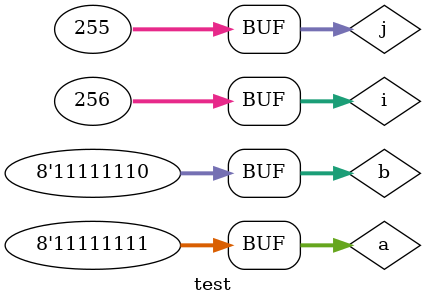
<source format=v>
`timescale 1ns / 1ps

module test;

	// Inputs
	reg [7:0] a;
	reg [7:0] b;

	// Outputs
	wire [15:0] out;
integer i,j;

	// Instantiate the Unit Under Test (UUT)
	ary_mul uut (
		.a(a), 
		.b(b), 
		.out(out)
	);

	initial begin
$monitor($time, " a=%0d b=%0d, out=%0d", a,b,out);
		for(i=0;i<256; i=i+1) begin
a=i;
for(j=0;j<255;j=j+1) begin
b=j;
#5;
end
end

	end
      
endmodule


</source>
